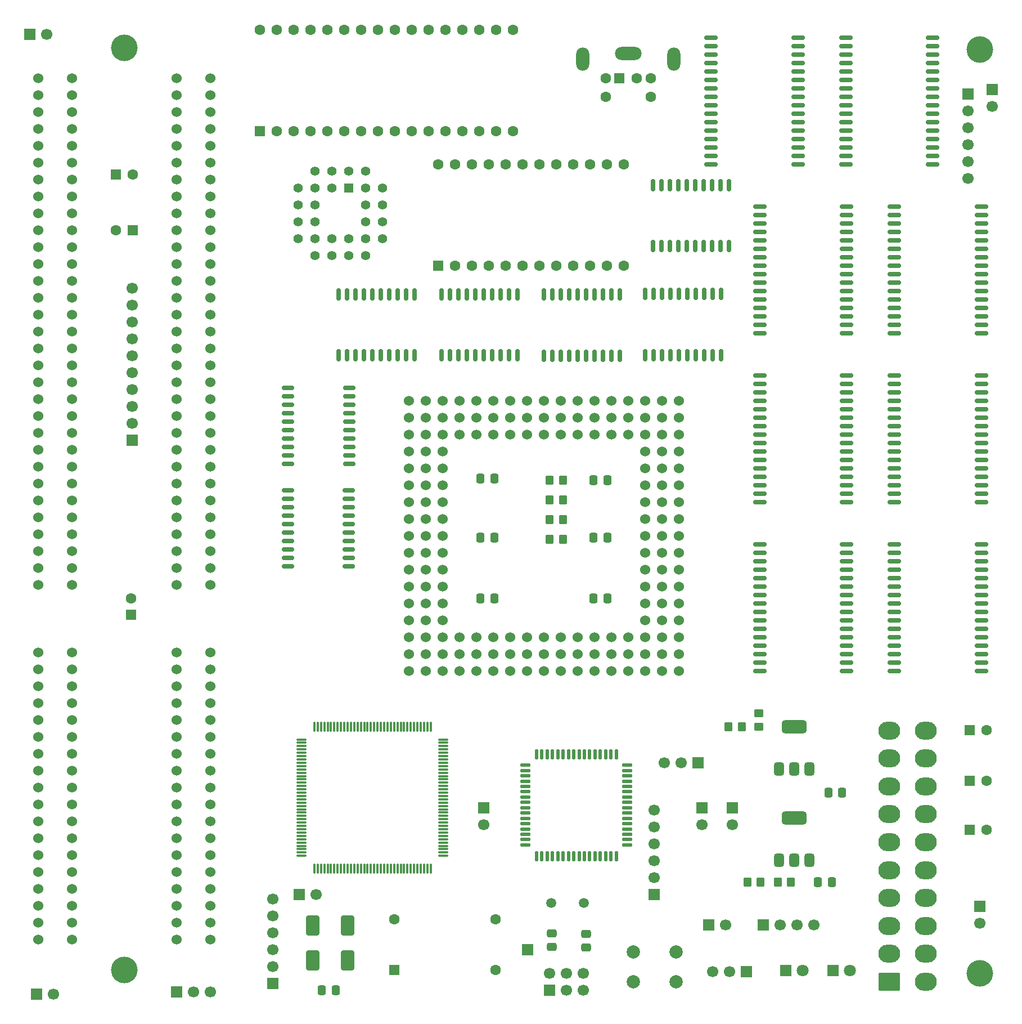
<source format=gbr>
%TF.GenerationSoftware,KiCad,Pcbnew,9.0.2+dfsg-1*%
%TF.CreationDate,2025-09-24T03:37:14+02:00*%
%TF.ProjectId,homebrew_486,686f6d65-6272-4657-975f-3438362e6b69,rev?*%
%TF.SameCoordinates,Original*%
%TF.FileFunction,Soldermask,Top*%
%TF.FilePolarity,Negative*%
%FSLAX46Y46*%
G04 Gerber Fmt 4.6, Leading zero omitted, Abs format (unit mm)*
G04 Created by KiCad (PCBNEW 9.0.2+dfsg-1) date 2025-09-24 03:37:14*
%MOMM*%
%LPD*%
G01*
G04 APERTURE LIST*
G04 Aperture macros list*
%AMRoundRect*
0 Rectangle with rounded corners*
0 $1 Rounding radius*
0 $2 $3 $4 $5 $6 $7 $8 $9 X,Y pos of 4 corners*
0 Add a 4 corners polygon primitive as box body*
4,1,4,$2,$3,$4,$5,$6,$7,$8,$9,$2,$3,0*
0 Add four circle primitives for the rounded corners*
1,1,$1+$1,$2,$3*
1,1,$1+$1,$4,$5*
1,1,$1+$1,$6,$7*
1,1,$1+$1,$8,$9*
0 Add four rect primitives between the rounded corners*
20,1,$1+$1,$2,$3,$4,$5,0*
20,1,$1+$1,$4,$5,$6,$7,0*
20,1,$1+$1,$6,$7,$8,$9,0*
20,1,$1+$1,$8,$9,$2,$3,0*%
G04 Aperture macros list end*
%ADD10R,1.600000X1.600000*%
%ADD11C,1.600000*%
%ADD12O,2.000000X3.500000*%
%ADD13O,4.000000X2.000000*%
%ADD14C,4.000000*%
%ADD15RoundRect,0.250000X-0.350000X-0.450000X0.350000X-0.450000X0.350000X0.450000X-0.350000X0.450000X0*%
%ADD16RoundRect,0.250000X-0.550000X-0.550000X0.550000X-0.550000X0.550000X0.550000X-0.550000X0.550000X0*%
%ADD17R,1.700000X1.700000*%
%ADD18C,1.700000*%
%ADD19C,1.524000*%
%ADD20RoundRect,0.375000X0.375000X-0.625000X0.375000X0.625000X-0.375000X0.625000X-0.375000X-0.625000X0*%
%ADD21RoundRect,0.500000X1.400000X-0.500000X1.400000X0.500000X-1.400000X0.500000X-1.400000X-0.500000X0*%
%ADD22RoundRect,0.250000X0.337500X0.475000X-0.337500X0.475000X-0.337500X-0.475000X0.337500X-0.475000X0*%
%ADD23RoundRect,0.250000X-0.337500X-0.475000X0.337500X-0.475000X0.337500X0.475000X-0.337500X0.475000X0*%
%ADD24RoundRect,0.150000X-0.875000X-0.150000X0.875000X-0.150000X0.875000X0.150000X-0.875000X0.150000X0*%
%ADD25C,1.500000*%
%ADD26RoundRect,0.250000X0.550000X0.550000X-0.550000X0.550000X-0.550000X-0.550000X0.550000X-0.550000X0*%
%ADD27RoundRect,0.150000X0.150000X-0.800000X0.150000X0.800000X-0.150000X0.800000X-0.150000X-0.800000X0*%
%ADD28RoundRect,0.250000X0.475000X-0.337500X0.475000X0.337500X-0.475000X0.337500X-0.475000X-0.337500X0*%
%ADD29RoundRect,0.250001X1.399999X-1.099999X1.399999X1.099999X-1.399999X1.099999X-1.399999X-1.099999X0*%
%ADD30O,3.300000X2.700000*%
%ADD31RoundRect,0.250001X-0.739999X-1.249999X0.739999X-1.249999X0.739999X1.249999X-0.739999X1.249999X0*%
%ADD32RoundRect,0.250000X0.550000X-0.550000X0.550000X0.550000X-0.550000X0.550000X-0.550000X-0.550000X0*%
%ADD33R,1.800000X1.800000*%
%ADD34C,1.800000*%
%ADD35R,1.422400X1.422400*%
%ADD36C,1.422400*%
%ADD37RoundRect,0.150000X0.800000X0.150000X-0.800000X0.150000X-0.800000X-0.150000X0.800000X-0.150000X0*%
%ADD38RoundRect,0.250000X0.350000X0.450000X-0.350000X0.450000X-0.350000X-0.450000X0.350000X-0.450000X0*%
%ADD39RoundRect,0.075000X0.662500X0.075000X-0.662500X0.075000X-0.662500X-0.075000X0.662500X-0.075000X0*%
%ADD40RoundRect,0.075000X0.075000X0.662500X-0.075000X0.662500X-0.075000X-0.662500X0.075000X-0.662500X0*%
%ADD41RoundRect,0.137500X-0.600000X-0.137500X0.600000X-0.137500X0.600000X0.137500X-0.600000X0.137500X0*%
%ADD42RoundRect,0.137500X-0.137500X-0.600000X0.137500X-0.600000X0.137500X0.600000X-0.137500X0.600000X0*%
%ADD43RoundRect,0.250000X-0.450000X0.350000X-0.450000X-0.350000X0.450000X-0.350000X0.450000X0.350000X0*%
%ADD44C,2.000000*%
G04 APERTURE END LIST*
D10*
%TO.C,J13*%
X112873000Y-31971000D03*
D11*
X115473000Y-31971000D03*
X110773000Y-31971000D03*
X117573000Y-31971000D03*
X110773000Y-34771000D03*
X117573000Y-34771000D03*
D12*
X121023000Y-29121000D03*
D13*
X114173000Y-28321000D03*
D12*
X107323000Y-29121000D03*
%TD*%
D14*
%TO.C,H1*%
X38354000Y-27432000D03*
%TD*%
D15*
%TO.C,R2*%
X102362000Y-95446000D03*
X104362000Y-95446000D03*
%TD*%
%TO.C,R3*%
X102362000Y-98396000D03*
X104362000Y-98396000D03*
%TD*%
D16*
%TO.C,C1*%
X165609388Y-137668000D03*
D11*
X168109388Y-137668000D03*
%TD*%
D10*
%TO.C,Y2*%
X78994000Y-166116000D03*
D11*
X94234000Y-166116000D03*
X94234000Y-158496000D03*
X78994000Y-158496000D03*
%TD*%
D17*
%TO.C,J12*%
X64638000Y-154813000D03*
D18*
X67178000Y-154813000D03*
%TD*%
D19*
%TO.C,J2*%
X46228000Y-32004000D03*
X46228000Y-34544000D03*
X46228000Y-37084000D03*
X46228000Y-39624000D03*
X46228000Y-42164000D03*
X46228000Y-44704000D03*
X46228000Y-47244000D03*
X46228000Y-49784000D03*
X46228000Y-52324000D03*
X46228000Y-54864000D03*
X46228000Y-57404000D03*
X46228000Y-59944000D03*
X46228000Y-62484000D03*
X46228000Y-65024000D03*
X46228000Y-67564000D03*
X46228000Y-70104000D03*
X46228000Y-72644000D03*
X46228000Y-75184000D03*
X46228000Y-77724000D03*
X46228000Y-80264000D03*
X46228000Y-82804000D03*
X46228000Y-85344000D03*
X46228000Y-87884000D03*
X46228000Y-90424000D03*
X46228000Y-92964000D03*
X46228000Y-95504000D03*
X46228000Y-98044000D03*
X46228000Y-100584000D03*
X46228000Y-103124000D03*
X46228000Y-105664000D03*
X46228000Y-108204000D03*
X51308000Y-32004000D03*
X51308000Y-34544000D03*
X51308000Y-37084000D03*
X51308000Y-39624000D03*
X51308000Y-42164000D03*
X51308000Y-44704000D03*
X51308000Y-47244000D03*
X51308000Y-49784000D03*
X51308000Y-52324000D03*
X51308000Y-54864000D03*
X51308000Y-57404000D03*
X51308000Y-59944000D03*
X51308000Y-62484000D03*
X51308000Y-65024000D03*
X51308000Y-67564000D03*
X51308000Y-70104000D03*
X51308000Y-72644000D03*
X51308000Y-75184000D03*
X51308000Y-77724000D03*
X51308000Y-80264000D03*
X51308000Y-82804000D03*
X51308000Y-85344000D03*
X51308000Y-87884000D03*
X51308000Y-90424000D03*
X51308000Y-92964000D03*
X51308000Y-95504000D03*
X51308000Y-98044000D03*
X51308000Y-100584000D03*
X51308000Y-103124000D03*
X51308000Y-105664000D03*
X51308000Y-108204000D03*
X46228000Y-118364000D03*
X46228000Y-120904000D03*
X46228000Y-123444000D03*
X46228000Y-125984000D03*
X46228000Y-128524000D03*
X46228000Y-131064000D03*
X46228000Y-133604000D03*
X46228000Y-136144000D03*
X46228000Y-138684000D03*
X46228000Y-141224000D03*
X46228000Y-143764000D03*
X46228000Y-146304000D03*
X46228000Y-148844000D03*
X46228000Y-151384000D03*
X46228000Y-153924000D03*
X46228000Y-156464000D03*
X46228000Y-159004000D03*
X46228000Y-161544000D03*
X51308000Y-118364000D03*
X51308000Y-120904000D03*
X51308000Y-123444000D03*
X51308000Y-125984000D03*
X51308000Y-128524000D03*
X51308000Y-131064000D03*
X51308000Y-133604000D03*
X51308000Y-136144000D03*
X51308000Y-138684000D03*
X51308000Y-141224000D03*
X51308000Y-143764000D03*
X51308000Y-146304000D03*
X51308000Y-148844000D03*
X51308000Y-151384000D03*
X51308000Y-153924000D03*
X51308000Y-156464000D03*
X51308000Y-159004000D03*
X51308000Y-161544000D03*
%TD*%
D20*
%TO.C,U3*%
X136878000Y-135890000D03*
X139178000Y-135890000D03*
D21*
X139178000Y-129590000D03*
D20*
X141478000Y-135890000D03*
%TD*%
D17*
%TO.C,J15*%
X134493000Y-159321500D03*
D18*
X137033000Y-159321500D03*
X139573000Y-159321500D03*
X142113000Y-159321500D03*
%TD*%
D20*
%TO.C,U4*%
X136878000Y-149606000D03*
X139178000Y-149606000D03*
D21*
X139178000Y-143306000D03*
D20*
X141478000Y-149606000D03*
%TD*%
D22*
%TO.C,C33*%
X70147000Y-169164000D03*
X68072000Y-169164000D03*
%TD*%
D23*
%TO.C,C20*%
X108944500Y-110236000D03*
X111019500Y-110236000D03*
%TD*%
D24*
%TO.C,U14*%
X126654000Y-25908000D03*
X126654000Y-27178000D03*
X126654000Y-28448000D03*
X126654000Y-29718000D03*
X126654000Y-30988000D03*
X126654000Y-32258000D03*
X126654000Y-33528000D03*
X126654000Y-34798000D03*
X126654000Y-36068000D03*
X126654000Y-37338000D03*
X126654000Y-38608000D03*
X126654000Y-39878000D03*
X126654000Y-41148000D03*
X126654000Y-42418000D03*
X126654000Y-43688000D03*
X126654000Y-44958000D03*
X139754000Y-44958000D03*
X139754000Y-43688000D03*
X139754000Y-42418000D03*
X139754000Y-41148000D03*
X139754000Y-39878000D03*
X139754000Y-38608000D03*
X139754000Y-37338000D03*
X139754000Y-36068000D03*
X139754000Y-34798000D03*
X139754000Y-33528000D03*
X139754000Y-32258000D03*
X139754000Y-30988000D03*
X139754000Y-29718000D03*
X139754000Y-28448000D03*
X139754000Y-27178000D03*
X139754000Y-25908000D03*
%TD*%
D14*
%TO.C,H2*%
X38354000Y-166116000D03*
%TD*%
D17*
%TO.C,J11*%
X99060000Y-163068000D03*
%TD*%
%TO.C,J17*%
X165354000Y-34417000D03*
D18*
X165354000Y-36957000D03*
X165354000Y-39497000D03*
X165354000Y-42037000D03*
X165354000Y-44577000D03*
X165354000Y-47117000D03*
%TD*%
D23*
%TO.C,C18*%
X108944500Y-92456000D03*
X111019500Y-92456000D03*
%TD*%
D25*
%TO.C,Y3*%
X107505500Y-156019500D03*
X102625500Y-156019500D03*
%TD*%
D15*
%TO.C,R8*%
X129286000Y-129540000D03*
X131286000Y-129540000D03*
%TD*%
D23*
%TO.C,C22*%
X108944500Y-101092000D03*
X111019500Y-101092000D03*
%TD*%
D17*
%TO.C,J21*%
X167132000Y-156591000D03*
D18*
X167132000Y-159131000D03*
%TD*%
D15*
%TO.C,R4*%
X102362000Y-101346000D03*
X104362000Y-101346000D03*
%TD*%
D23*
%TO.C,C4*%
X144314000Y-139446000D03*
X146389000Y-139446000D03*
%TD*%
D24*
%TO.C,U13*%
X133966000Y-51308000D03*
X133966000Y-52578000D03*
X133966000Y-53848000D03*
X133966000Y-55118000D03*
X133966000Y-56388000D03*
X133966000Y-57658000D03*
X133966000Y-58928000D03*
X133966000Y-60198000D03*
X133966000Y-61468000D03*
X133966000Y-62738000D03*
X133966000Y-64008000D03*
X133966000Y-65278000D03*
X133966000Y-66548000D03*
X133966000Y-67818000D03*
X133966000Y-69088000D03*
X133966000Y-70358000D03*
X147066000Y-70358000D03*
X147066000Y-69088000D03*
X147066000Y-67818000D03*
X147066000Y-66548000D03*
X147066000Y-65278000D03*
X147066000Y-64008000D03*
X147066000Y-62738000D03*
X147066000Y-61468000D03*
X147066000Y-60198000D03*
X147066000Y-58928000D03*
X147066000Y-57658000D03*
X147066000Y-56388000D03*
X147066000Y-55118000D03*
X147066000Y-53848000D03*
X147066000Y-52578000D03*
X147066000Y-51308000D03*
%TD*%
D17*
%TO.C,J6*%
X92456000Y-141727000D03*
D18*
X92456000Y-144267000D03*
%TD*%
D17*
%TO.C,J9*%
X124714000Y-134937500D03*
D18*
X122174000Y-134937500D03*
X119634000Y-134937500D03*
%TD*%
D17*
%TO.C,J10*%
X39497000Y-86487000D03*
D18*
X39497000Y-83947000D03*
X39497000Y-81407000D03*
X39497000Y-78867000D03*
X39497000Y-76327000D03*
X39497000Y-73787000D03*
X39497000Y-71247000D03*
X39497000Y-68707000D03*
X39497000Y-66167000D03*
X39497000Y-63627000D03*
%TD*%
D26*
%TO.C,C37*%
X39559113Y-54864000D03*
D11*
X37059113Y-54864000D03*
%TD*%
D17*
%TO.C,J22*%
X25146000Y-169735500D03*
D18*
X27686000Y-169735500D03*
%TD*%
D16*
%TO.C,C2*%
X165608000Y-130048000D03*
D11*
X168108000Y-130048000D03*
%TD*%
D22*
%TO.C,C19*%
X94023000Y-110236000D03*
X91948000Y-110236000D03*
%TD*%
%TO.C,C21*%
X94001500Y-101092000D03*
X91926500Y-101092000D03*
%TD*%
D24*
%TO.C,U17*%
X154232000Y-51308000D03*
X154232000Y-52578000D03*
X154232000Y-53848000D03*
X154232000Y-55118000D03*
X154232000Y-56388000D03*
X154232000Y-57658000D03*
X154232000Y-58928000D03*
X154232000Y-60198000D03*
X154232000Y-61468000D03*
X154232000Y-62738000D03*
X154232000Y-64008000D03*
X154232000Y-65278000D03*
X154232000Y-66548000D03*
X154232000Y-67818000D03*
X154232000Y-69088000D03*
X154232000Y-70358000D03*
X167332000Y-70358000D03*
X167332000Y-69088000D03*
X167332000Y-67818000D03*
X167332000Y-66548000D03*
X167332000Y-65278000D03*
X167332000Y-64008000D03*
X167332000Y-62738000D03*
X167332000Y-61468000D03*
X167332000Y-60198000D03*
X167332000Y-58928000D03*
X167332000Y-57658000D03*
X167332000Y-56388000D03*
X167332000Y-55118000D03*
X167332000Y-53848000D03*
X167332000Y-52578000D03*
X167332000Y-51308000D03*
%TD*%
D17*
%TO.C,J16*%
X46164500Y-169418000D03*
D18*
X48704500Y-169418000D03*
X51244500Y-169418000D03*
%TD*%
D27*
%TO.C,U6*%
X101473000Y-73716000D03*
X102743000Y-73716000D03*
X104013000Y-73716000D03*
X105283000Y-73716000D03*
X106553000Y-73716000D03*
X107823000Y-73716000D03*
X109093000Y-73716000D03*
X110363000Y-73716000D03*
X111633000Y-73716000D03*
X112903000Y-73716000D03*
X112903000Y-64516000D03*
X111633000Y-64516000D03*
X110363000Y-64516000D03*
X109093000Y-64516000D03*
X107823000Y-64516000D03*
X106553000Y-64516000D03*
X105283000Y-64516000D03*
X104013000Y-64516000D03*
X102743000Y-64516000D03*
X101473000Y-64516000D03*
%TD*%
D28*
%TO.C,C6*%
X102679500Y-162666500D03*
X102679500Y-160591500D03*
%TD*%
D27*
%TO.C,U8*%
X86106000Y-73688000D03*
X87376000Y-73688000D03*
X88646000Y-73688000D03*
X89916000Y-73688000D03*
X91186000Y-73688000D03*
X92456000Y-73688000D03*
X93726000Y-73688000D03*
X94996000Y-73688000D03*
X96266000Y-73688000D03*
X97536000Y-73688000D03*
X97536000Y-64488000D03*
X96266000Y-64488000D03*
X94996000Y-64488000D03*
X93726000Y-64488000D03*
X92456000Y-64488000D03*
X91186000Y-64488000D03*
X89916000Y-64488000D03*
X88646000Y-64488000D03*
X87376000Y-64488000D03*
X86106000Y-64488000D03*
%TD*%
D17*
%TO.C,J8*%
X129830000Y-141732000D03*
D18*
X129830000Y-144272000D03*
%TD*%
D19*
%TO.C,J1*%
X25400000Y-32004000D03*
X25400000Y-34544000D03*
X25400000Y-37084000D03*
X25400000Y-39624000D03*
X25400000Y-42164000D03*
X25400000Y-44704000D03*
X25400000Y-47244000D03*
X25400000Y-49784000D03*
X25400000Y-52324000D03*
X25400000Y-54864000D03*
X25400000Y-57404000D03*
X25400000Y-59944000D03*
X25400000Y-62484000D03*
X25400000Y-65024000D03*
X25400000Y-67564000D03*
X25400000Y-70104000D03*
X25400000Y-72644000D03*
X25400000Y-75184000D03*
X25400000Y-77724000D03*
X25400000Y-80264000D03*
X25400000Y-82804000D03*
X25400000Y-85344000D03*
X25400000Y-87884000D03*
X25400000Y-90424000D03*
X25400000Y-92964000D03*
X25400000Y-95504000D03*
X25400000Y-98044000D03*
X25400000Y-100584000D03*
X25400000Y-103124000D03*
X25400000Y-105664000D03*
X25400000Y-108204000D03*
X30480000Y-32004000D03*
X30480000Y-34544000D03*
X30480000Y-37084000D03*
X30480000Y-39624000D03*
X30480000Y-42164000D03*
X30480000Y-44704000D03*
X30480000Y-47244000D03*
X30480000Y-49784000D03*
X30480000Y-52324000D03*
X30480000Y-54864000D03*
X30480000Y-57404000D03*
X30480000Y-59944000D03*
X30480000Y-62484000D03*
X30480000Y-65024000D03*
X30480000Y-67564000D03*
X30480000Y-70104000D03*
X30480000Y-72644000D03*
X30480000Y-75184000D03*
X30480000Y-77724000D03*
X30480000Y-80264000D03*
X30480000Y-82804000D03*
X30480000Y-85344000D03*
X30480000Y-87884000D03*
X30480000Y-90424000D03*
X30480000Y-92964000D03*
X30480000Y-95504000D03*
X30480000Y-98044000D03*
X30480000Y-100584000D03*
X30480000Y-103124000D03*
X30480000Y-105664000D03*
X30480000Y-108204000D03*
X25400000Y-118364000D03*
X25400000Y-120904000D03*
X25400000Y-123444000D03*
X25400000Y-125984000D03*
X25400000Y-128524000D03*
X25400000Y-131064000D03*
X25400000Y-133604000D03*
X25400000Y-136144000D03*
X25400000Y-138684000D03*
X25400000Y-141224000D03*
X25400000Y-143764000D03*
X25400000Y-146304000D03*
X25400000Y-148844000D03*
X25400000Y-151384000D03*
X25400000Y-153924000D03*
X25400000Y-156464000D03*
X25400000Y-159004000D03*
X25400000Y-161544000D03*
X30480000Y-118364000D03*
X30480000Y-120904000D03*
X30480000Y-123444000D03*
X30480000Y-125984000D03*
X30480000Y-128524000D03*
X30480000Y-131064000D03*
X30480000Y-133604000D03*
X30480000Y-136144000D03*
X30480000Y-138684000D03*
X30480000Y-141224000D03*
X30480000Y-143764000D03*
X30480000Y-146304000D03*
X30480000Y-148844000D03*
X30480000Y-151384000D03*
X30480000Y-153924000D03*
X30480000Y-156464000D03*
X30480000Y-159004000D03*
X30480000Y-161544000D03*
%TD*%
D27*
%TO.C,U7*%
X70612000Y-73688000D03*
X71882000Y-73688000D03*
X73152000Y-73688000D03*
X74422000Y-73688000D03*
X75692000Y-73688000D03*
X76962000Y-73688000D03*
X78232000Y-73688000D03*
X79502000Y-73688000D03*
X80772000Y-73688000D03*
X82042000Y-73688000D03*
X82042000Y-64488000D03*
X80772000Y-64488000D03*
X79502000Y-64488000D03*
X78232000Y-64488000D03*
X76962000Y-64488000D03*
X75692000Y-64488000D03*
X74422000Y-64488000D03*
X73152000Y-64488000D03*
X71882000Y-64488000D03*
X70612000Y-64488000D03*
%TD*%
D24*
%TO.C,U11*%
X133966000Y-102108000D03*
X133966000Y-103378000D03*
X133966000Y-104648000D03*
X133966000Y-105918000D03*
X133966000Y-107188000D03*
X133966000Y-108458000D03*
X133966000Y-109728000D03*
X133966000Y-110998000D03*
X133966000Y-112268000D03*
X133966000Y-113538000D03*
X133966000Y-114808000D03*
X133966000Y-116078000D03*
X133966000Y-117348000D03*
X133966000Y-118618000D03*
X133966000Y-119888000D03*
X133966000Y-121158000D03*
X147066000Y-121158000D03*
X147066000Y-119888000D03*
X147066000Y-118618000D03*
X147066000Y-117348000D03*
X147066000Y-116078000D03*
X147066000Y-114808000D03*
X147066000Y-113538000D03*
X147066000Y-112268000D03*
X147066000Y-110998000D03*
X147066000Y-109728000D03*
X147066000Y-108458000D03*
X147066000Y-107188000D03*
X147066000Y-105918000D03*
X147066000Y-104648000D03*
X147066000Y-103378000D03*
X147066000Y-102108000D03*
%TD*%
D17*
%TO.C,J20*%
X168973500Y-33713500D03*
D18*
X168973500Y-36253500D03*
%TD*%
D17*
%TO.C,J19*%
X24130000Y-25400000D03*
D18*
X26670000Y-25400000D03*
%TD*%
D29*
%TO.C,J3*%
X153504000Y-167912000D03*
D30*
X153504000Y-163712000D03*
X153504000Y-159512000D03*
X153504000Y-155312000D03*
X153504000Y-151112000D03*
X153504000Y-146912000D03*
X153504000Y-142712000D03*
X153504000Y-138512000D03*
X153504000Y-134312000D03*
X153504000Y-130112000D03*
X159004000Y-167912000D03*
X159004000Y-163712000D03*
X159004000Y-159512000D03*
X159004000Y-155312000D03*
X159004000Y-151112000D03*
X159004000Y-146912000D03*
X159004000Y-142712000D03*
X159004000Y-138512000D03*
X159004000Y-134312000D03*
X159004000Y-130112000D03*
%TD*%
D24*
%TO.C,U15*%
X154232000Y-102108000D03*
X154232000Y-103378000D03*
X154232000Y-104648000D03*
X154232000Y-105918000D03*
X154232000Y-107188000D03*
X154232000Y-108458000D03*
X154232000Y-109728000D03*
X154232000Y-110998000D03*
X154232000Y-112268000D03*
X154232000Y-113538000D03*
X154232000Y-114808000D03*
X154232000Y-116078000D03*
X154232000Y-117348000D03*
X154232000Y-118618000D03*
X154232000Y-119888000D03*
X154232000Y-121158000D03*
X167332000Y-121158000D03*
X167332000Y-119888000D03*
X167332000Y-118618000D03*
X167332000Y-117348000D03*
X167332000Y-116078000D03*
X167332000Y-114808000D03*
X167332000Y-113538000D03*
X167332000Y-112268000D03*
X167332000Y-110998000D03*
X167332000Y-109728000D03*
X167332000Y-108458000D03*
X167332000Y-107188000D03*
X167332000Y-105918000D03*
X167332000Y-104648000D03*
X167332000Y-103378000D03*
X167332000Y-102108000D03*
%TD*%
D31*
%TO.C,Y1*%
X66712000Y-164652000D03*
X71972000Y-164652000D03*
X71972000Y-159452000D03*
X66712000Y-159452000D03*
%TD*%
D32*
%TO.C,C36*%
X39370000Y-112736000D03*
D11*
X39370000Y-110236000D03*
%TD*%
D33*
%TO.C,D1*%
X137922000Y-166243000D03*
D34*
X140462000Y-166243000D03*
%TD*%
D35*
%TO.C,U10*%
X72136000Y-48514000D03*
D36*
X69596000Y-45974000D03*
X69596000Y-48514000D03*
X67056000Y-45974000D03*
X64516000Y-48514000D03*
X67056000Y-48514000D03*
X64516000Y-51054000D03*
X67056000Y-51054000D03*
X64516000Y-53594000D03*
X67056000Y-53594000D03*
X64516000Y-56134000D03*
X67056000Y-58674000D03*
X67056000Y-56134000D03*
X69596000Y-58674000D03*
X69596000Y-56134000D03*
X72136000Y-58674000D03*
X72136000Y-56134000D03*
X74676000Y-58674000D03*
X77216000Y-56134000D03*
X74676000Y-56134000D03*
X77216000Y-53594000D03*
X74676000Y-53594000D03*
X77216000Y-51054000D03*
X74676000Y-51054000D03*
X77216000Y-48514000D03*
X74676000Y-45974000D03*
X74676000Y-48514000D03*
X72136000Y-45974000D03*
%TD*%
D37*
%TO.C,U20*%
X72136000Y-105410000D03*
X72136000Y-104140000D03*
X72136000Y-102870000D03*
X72136000Y-101600000D03*
X72136000Y-100330000D03*
X72136000Y-99060000D03*
X72136000Y-97790000D03*
X72136000Y-96520000D03*
X72136000Y-95250000D03*
X72136000Y-93980000D03*
X62936000Y-93980000D03*
X62936000Y-95250000D03*
X62936000Y-96520000D03*
X62936000Y-97790000D03*
X62936000Y-99060000D03*
X62936000Y-100330000D03*
X62936000Y-101600000D03*
X62936000Y-102870000D03*
X62936000Y-104140000D03*
X62936000Y-105410000D03*
%TD*%
D23*
%TO.C,C3*%
X142726500Y-152908000D03*
X144801500Y-152908000D03*
%TD*%
D15*
%TO.C,R6*%
X132096000Y-152908000D03*
X134096000Y-152908000D03*
%TD*%
D27*
%TO.C,U5*%
X116713000Y-73660000D03*
X117983000Y-73660000D03*
X119253000Y-73660000D03*
X120523000Y-73660000D03*
X121793000Y-73660000D03*
X123063000Y-73660000D03*
X124333000Y-73660000D03*
X125603000Y-73660000D03*
X126873000Y-73660000D03*
X128143000Y-73660000D03*
X128143000Y-64460000D03*
X126873000Y-64460000D03*
X125603000Y-64460000D03*
X124333000Y-64460000D03*
X123063000Y-64460000D03*
X121793000Y-64460000D03*
X120523000Y-64460000D03*
X119253000Y-64460000D03*
X117983000Y-64460000D03*
X116713000Y-64460000D03*
%TD*%
D24*
%TO.C,U12*%
X133966000Y-76708000D03*
X133966000Y-77978000D03*
X133966000Y-79248000D03*
X133966000Y-80518000D03*
X133966000Y-81788000D03*
X133966000Y-83058000D03*
X133966000Y-84328000D03*
X133966000Y-85598000D03*
X133966000Y-86868000D03*
X133966000Y-88138000D03*
X133966000Y-89408000D03*
X133966000Y-90678000D03*
X133966000Y-91948000D03*
X133966000Y-93218000D03*
X133966000Y-94488000D03*
X133966000Y-95758000D03*
X147066000Y-95758000D03*
X147066000Y-94488000D03*
X147066000Y-93218000D03*
X147066000Y-91948000D03*
X147066000Y-90678000D03*
X147066000Y-89408000D03*
X147066000Y-88138000D03*
X147066000Y-86868000D03*
X147066000Y-85598000D03*
X147066000Y-84328000D03*
X147066000Y-83058000D03*
X147066000Y-81788000D03*
X147066000Y-80518000D03*
X147066000Y-79248000D03*
X147066000Y-77978000D03*
X147066000Y-76708000D03*
%TD*%
D15*
%TO.C,R1*%
X102362000Y-92496000D03*
X104362000Y-92496000D03*
%TD*%
D24*
%TO.C,U16*%
X154232000Y-76708000D03*
X154232000Y-77978000D03*
X154232000Y-79248000D03*
X154232000Y-80518000D03*
X154232000Y-81788000D03*
X154232000Y-83058000D03*
X154232000Y-84328000D03*
X154232000Y-85598000D03*
X154232000Y-86868000D03*
X154232000Y-88138000D03*
X154232000Y-89408000D03*
X154232000Y-90678000D03*
X154232000Y-91948000D03*
X154232000Y-93218000D03*
X154232000Y-94488000D03*
X154232000Y-95758000D03*
X167332000Y-95758000D03*
X167332000Y-94488000D03*
X167332000Y-93218000D03*
X167332000Y-91948000D03*
X167332000Y-90678000D03*
X167332000Y-89408000D03*
X167332000Y-88138000D03*
X167332000Y-86868000D03*
X167332000Y-85598000D03*
X167332000Y-84328000D03*
X167332000Y-83058000D03*
X167332000Y-81788000D03*
X167332000Y-80518000D03*
X167332000Y-79248000D03*
X167332000Y-77978000D03*
X167332000Y-76708000D03*
%TD*%
D38*
%TO.C,R5*%
X138668000Y-152908000D03*
X136668000Y-152908000D03*
%TD*%
D39*
%TO.C,U2*%
X86354500Y-148958000D03*
X86354500Y-148458000D03*
X86354500Y-147958000D03*
X86354500Y-147458000D03*
X86354500Y-146958000D03*
X86354500Y-146458000D03*
X86354500Y-145958000D03*
X86354500Y-145458000D03*
X86354500Y-144958000D03*
X86354500Y-144458000D03*
X86354500Y-143958000D03*
X86354500Y-143458000D03*
X86354500Y-142958000D03*
X86354500Y-142458000D03*
X86354500Y-141958000D03*
X86354500Y-141458000D03*
X86354500Y-140958000D03*
X86354500Y-140458000D03*
X86354500Y-139958000D03*
X86354500Y-139458000D03*
X86354500Y-138958000D03*
X86354500Y-138458000D03*
X86354500Y-137958000D03*
X86354500Y-137458000D03*
X86354500Y-136958000D03*
X86354500Y-136458000D03*
X86354500Y-135958000D03*
X86354500Y-135458000D03*
X86354500Y-134958000D03*
X86354500Y-134458000D03*
X86354500Y-133958000D03*
X86354500Y-133458000D03*
X86354500Y-132958000D03*
X86354500Y-132458000D03*
X86354500Y-131958000D03*
X86354500Y-131458000D03*
D40*
X84442000Y-129545500D03*
X83942000Y-129545500D03*
X83442000Y-129545500D03*
X82942000Y-129545500D03*
X82442000Y-129545500D03*
X81942000Y-129545500D03*
X81442000Y-129545500D03*
X80942000Y-129545500D03*
X80442000Y-129545500D03*
X79942000Y-129545500D03*
X79442000Y-129545500D03*
X78942000Y-129545500D03*
X78442000Y-129545500D03*
X77942000Y-129545500D03*
X77442000Y-129545500D03*
X76942000Y-129545500D03*
X76442000Y-129545500D03*
X75942000Y-129545500D03*
X75442000Y-129545500D03*
X74942000Y-129545500D03*
X74442000Y-129545500D03*
X73942000Y-129545500D03*
X73442000Y-129545500D03*
X72942000Y-129545500D03*
X72442000Y-129545500D03*
X71942000Y-129545500D03*
X71442000Y-129545500D03*
X70942000Y-129545500D03*
X70442000Y-129545500D03*
X69942000Y-129545500D03*
X69442000Y-129545500D03*
X68942000Y-129545500D03*
X68442000Y-129545500D03*
X67942000Y-129545500D03*
X67442000Y-129545500D03*
X66942000Y-129545500D03*
D39*
X65029500Y-131458000D03*
X65029500Y-131958000D03*
X65029500Y-132458000D03*
X65029500Y-132958000D03*
X65029500Y-133458000D03*
X65029500Y-133958000D03*
X65029500Y-134458000D03*
X65029500Y-134958000D03*
X65029500Y-135458000D03*
X65029500Y-135958000D03*
X65029500Y-136458000D03*
X65029500Y-136958000D03*
X65029500Y-137458000D03*
X65029500Y-137958000D03*
X65029500Y-138458000D03*
X65029500Y-138958000D03*
X65029500Y-139458000D03*
X65029500Y-139958000D03*
X65029500Y-140458000D03*
X65029500Y-140958000D03*
X65029500Y-141458000D03*
X65029500Y-141958000D03*
X65029500Y-142458000D03*
X65029500Y-142958000D03*
X65029500Y-143458000D03*
X65029500Y-143958000D03*
X65029500Y-144458000D03*
X65029500Y-144958000D03*
X65029500Y-145458000D03*
X65029500Y-145958000D03*
X65029500Y-146458000D03*
X65029500Y-146958000D03*
X65029500Y-147458000D03*
X65029500Y-147958000D03*
X65029500Y-148458000D03*
X65029500Y-148958000D03*
D40*
X66942000Y-150870500D03*
X67442000Y-150870500D03*
X67942000Y-150870500D03*
X68442000Y-150870500D03*
X68942000Y-150870500D03*
X69442000Y-150870500D03*
X69942000Y-150870500D03*
X70442000Y-150870500D03*
X70942000Y-150870500D03*
X71442000Y-150870500D03*
X71942000Y-150870500D03*
X72442000Y-150870500D03*
X72942000Y-150870500D03*
X73442000Y-150870500D03*
X73942000Y-150870500D03*
X74442000Y-150870500D03*
X74942000Y-150870500D03*
X75442000Y-150870500D03*
X75942000Y-150870500D03*
X76442000Y-150870500D03*
X76942000Y-150870500D03*
X77442000Y-150870500D03*
X77942000Y-150870500D03*
X78442000Y-150870500D03*
X78942000Y-150870500D03*
X79442000Y-150870500D03*
X79942000Y-150870500D03*
X80442000Y-150870500D03*
X80942000Y-150870500D03*
X81442000Y-150870500D03*
X81942000Y-150870500D03*
X82442000Y-150870500D03*
X82942000Y-150870500D03*
X83442000Y-150870500D03*
X83942000Y-150870500D03*
X84442000Y-150870500D03*
%TD*%
D32*
%TO.C,U9*%
X85598000Y-60198000D03*
D11*
X88138000Y-60198000D03*
X90678000Y-60198000D03*
X93218000Y-60198000D03*
X95758000Y-60198000D03*
X98298000Y-60198000D03*
X100838000Y-60198000D03*
X103378000Y-60198000D03*
X105918000Y-60198000D03*
X108458000Y-60198000D03*
X110998000Y-60198000D03*
X113538000Y-60198000D03*
X113538000Y-44958000D03*
X110998000Y-44958000D03*
X108458000Y-44958000D03*
X105918000Y-44958000D03*
X103378000Y-44958000D03*
X100838000Y-44958000D03*
X98298000Y-44958000D03*
X95758000Y-44958000D03*
X93218000Y-44958000D03*
X90678000Y-44958000D03*
X88138000Y-44958000D03*
X85598000Y-44958000D03*
%TD*%
D17*
%TO.C,J18*%
X126301500Y-159321500D03*
D18*
X128841500Y-159321500D03*
%TD*%
D14*
%TO.C,H4*%
X167132000Y-166624000D03*
%TD*%
D22*
%TO.C,C17*%
X94023000Y-92202000D03*
X91948000Y-92202000D03*
%TD*%
D37*
%TO.C,U19*%
X72164000Y-90043000D03*
X72164000Y-88773000D03*
X72164000Y-87503000D03*
X72164000Y-86233000D03*
X72164000Y-84963000D03*
X72164000Y-83693000D03*
X72164000Y-82423000D03*
X72164000Y-81153000D03*
X72164000Y-79883000D03*
X72164000Y-78613000D03*
X62964000Y-78613000D03*
X62964000Y-79883000D03*
X62964000Y-81153000D03*
X62964000Y-82423000D03*
X62964000Y-83693000D03*
X62964000Y-84963000D03*
X62964000Y-86233000D03*
X62964000Y-87503000D03*
X62964000Y-88773000D03*
X62964000Y-90043000D03*
%TD*%
D24*
%TO.C,U18*%
X146920000Y-25908000D03*
X146920000Y-27178000D03*
X146920000Y-28448000D03*
X146920000Y-29718000D03*
X146920000Y-30988000D03*
X146920000Y-32258000D03*
X146920000Y-33528000D03*
X146920000Y-34798000D03*
X146920000Y-36068000D03*
X146920000Y-37338000D03*
X146920000Y-38608000D03*
X146920000Y-39878000D03*
X146920000Y-41148000D03*
X146920000Y-42418000D03*
X146920000Y-43688000D03*
X146920000Y-44958000D03*
X160020000Y-44958000D03*
X160020000Y-43688000D03*
X160020000Y-42418000D03*
X160020000Y-41148000D03*
X160020000Y-39878000D03*
X160020000Y-38608000D03*
X160020000Y-37338000D03*
X160020000Y-36068000D03*
X160020000Y-34798000D03*
X160020000Y-33528000D03*
X160020000Y-32258000D03*
X160020000Y-30988000D03*
X160020000Y-29718000D03*
X160020000Y-28448000D03*
X160020000Y-27178000D03*
X160020000Y-25908000D03*
%TD*%
D41*
%TO.C,U22*%
X98721000Y-135320000D03*
X98721000Y-136120000D03*
X98721000Y-136920000D03*
X98721000Y-137720000D03*
X98721000Y-138520000D03*
X98721000Y-139320000D03*
X98721000Y-140120000D03*
X98721000Y-140920000D03*
X98721000Y-141720000D03*
X98721000Y-142520000D03*
X98721000Y-143320000D03*
X98721000Y-144120000D03*
X98721000Y-144920000D03*
X98721000Y-145720000D03*
X98721000Y-146520000D03*
X98721000Y-147320000D03*
D42*
X100383500Y-148982500D03*
X101183500Y-148982500D03*
X101983500Y-148982500D03*
X102783500Y-148982500D03*
X103583500Y-148982500D03*
X104383500Y-148982500D03*
X105183500Y-148982500D03*
X105983500Y-148982500D03*
X106783500Y-148982500D03*
X107583500Y-148982500D03*
X108383500Y-148982500D03*
X109183500Y-148982500D03*
X109983500Y-148982500D03*
X110783500Y-148982500D03*
X111583500Y-148982500D03*
X112383500Y-148982500D03*
D41*
X114046000Y-147320000D03*
X114046000Y-146520000D03*
X114046000Y-145720000D03*
X114046000Y-144920000D03*
X114046000Y-144120000D03*
X114046000Y-143320000D03*
X114046000Y-142520000D03*
X114046000Y-141720000D03*
X114046000Y-140920000D03*
X114046000Y-140120000D03*
X114046000Y-139320000D03*
X114046000Y-138520000D03*
X114046000Y-137720000D03*
X114046000Y-136920000D03*
X114046000Y-136120000D03*
X114046000Y-135320000D03*
D42*
X112383500Y-133657500D03*
X111583500Y-133657500D03*
X110783500Y-133657500D03*
X109983500Y-133657500D03*
X109183500Y-133657500D03*
X108383500Y-133657500D03*
X107583500Y-133657500D03*
X106783500Y-133657500D03*
X105983500Y-133657500D03*
X105183500Y-133657500D03*
X104383500Y-133657500D03*
X103583500Y-133657500D03*
X102783500Y-133657500D03*
X101983500Y-133657500D03*
X101183500Y-133657500D03*
X100383500Y-133657500D03*
%TD*%
D32*
%TO.C,U21*%
X58737500Y-39941500D03*
D11*
X61277500Y-39941500D03*
X63817500Y-39941500D03*
X66357500Y-39941500D03*
X68897500Y-39941500D03*
X71437500Y-39941500D03*
X73977500Y-39941500D03*
X76517500Y-39941500D03*
X79057500Y-39941500D03*
X81597500Y-39941500D03*
X84137500Y-39941500D03*
X86677500Y-39941500D03*
X89217500Y-39941500D03*
X91757500Y-39941500D03*
X94297500Y-39941500D03*
X96837500Y-39941500D03*
X96837500Y-24701500D03*
X94297500Y-24701500D03*
X91757500Y-24701500D03*
X89217500Y-24701500D03*
X86677500Y-24701500D03*
X84137500Y-24701500D03*
X81597500Y-24701500D03*
X79057500Y-24701500D03*
X76517500Y-24701500D03*
X73977500Y-24701500D03*
X71437500Y-24701500D03*
X68897500Y-24701500D03*
X66357500Y-24701500D03*
X63817500Y-24701500D03*
X61277500Y-24701500D03*
X58737500Y-24701500D03*
%TD*%
D17*
%TO.C,J5*%
X60706000Y-168148000D03*
D18*
X60706000Y-165608000D03*
X60706000Y-163068000D03*
X60706000Y-160528000D03*
X60706000Y-157988000D03*
X60706000Y-155448000D03*
%TD*%
D33*
%TO.C,D2*%
X145034000Y-166243000D03*
D34*
X147574000Y-166243000D03*
%TD*%
D16*
%TO.C,C38*%
X37059113Y-46482000D03*
D11*
X39559113Y-46482000D03*
%TD*%
D14*
%TO.C,H3*%
X167132000Y-27686000D03*
%TD*%
D43*
%TO.C,R7*%
X133858000Y-127508000D03*
X133858000Y-129508000D03*
%TD*%
D19*
%TO.C,U1*%
X121778500Y-80518000D03*
X121778500Y-83058000D03*
X121778500Y-85598000D03*
X121778500Y-88138000D03*
X121778500Y-90678000D03*
X121778500Y-93218000D03*
X121778500Y-95758000D03*
X121778500Y-98298000D03*
X121778500Y-100838000D03*
X121778500Y-103378000D03*
X121778500Y-105918000D03*
X121778500Y-108458000D03*
X121778500Y-110998000D03*
X121778500Y-113538000D03*
X121778500Y-116078000D03*
X121778500Y-118618000D03*
X121778500Y-121158000D03*
X119238500Y-80518000D03*
X119238500Y-83058000D03*
X119238500Y-85598000D03*
X119238500Y-88138000D03*
X119238500Y-90678000D03*
X119238500Y-93218000D03*
X119238500Y-95758000D03*
X119238500Y-98298000D03*
X119238500Y-100838000D03*
X119238500Y-103378000D03*
X119238500Y-105918000D03*
X119238500Y-108458000D03*
X119238500Y-110998000D03*
X119238500Y-113538000D03*
X119238500Y-116078000D03*
X119238500Y-118618000D03*
X119238500Y-121158000D03*
X116698500Y-80518000D03*
X116698500Y-83058000D03*
X116698500Y-85598000D03*
X116698500Y-88138000D03*
X116698500Y-90678000D03*
X116698500Y-93218000D03*
X116698500Y-95758000D03*
X116698500Y-98298000D03*
X116698500Y-100838000D03*
X116698500Y-103378000D03*
X116698500Y-105918000D03*
X116698500Y-108458000D03*
X116698500Y-110998000D03*
X116698500Y-113538000D03*
X116698500Y-116078000D03*
X116698500Y-118618000D03*
X116698500Y-121158000D03*
X114158500Y-80518000D03*
X114158500Y-83058000D03*
X114158500Y-85598000D03*
X114158500Y-116078000D03*
X114158500Y-118618000D03*
X114158500Y-121158000D03*
X111618500Y-80518000D03*
X111618500Y-83058000D03*
X111618500Y-85598000D03*
X111618500Y-116078000D03*
X111618500Y-118618000D03*
X111618500Y-121158000D03*
X109078500Y-80518000D03*
X109078500Y-83058000D03*
X109078500Y-85598000D03*
X109078500Y-116078000D03*
X109078500Y-118618000D03*
X109078500Y-121158000D03*
X106538500Y-80518000D03*
X106538500Y-83058000D03*
X106538500Y-85598000D03*
X106538500Y-116078000D03*
X106538500Y-118618000D03*
X106538500Y-121158000D03*
X103998500Y-80518000D03*
X103998500Y-83058000D03*
X103998500Y-85598000D03*
X103998500Y-116078000D03*
X103998500Y-118618000D03*
X103998500Y-121158000D03*
X101458500Y-80518000D03*
X101458500Y-83058000D03*
X101458500Y-85598000D03*
X101458500Y-116078000D03*
X101458500Y-118618000D03*
X101458500Y-121158000D03*
X98918500Y-80518000D03*
X98918500Y-83058000D03*
X98918500Y-85598000D03*
X98918500Y-116078000D03*
X98918500Y-118618000D03*
X98918500Y-121158000D03*
X96378500Y-80518000D03*
X96378500Y-83058000D03*
X96378500Y-85598000D03*
X96378500Y-116078000D03*
X96378500Y-118618000D03*
X96378500Y-121158000D03*
X93838500Y-80518000D03*
X93838500Y-83058000D03*
X93838500Y-85598000D03*
X93838500Y-116078000D03*
X93838500Y-118618000D03*
X93838500Y-121158000D03*
X91298500Y-80518000D03*
X91298500Y-83058000D03*
X91298500Y-85598000D03*
X91298500Y-116078000D03*
X91298500Y-118618000D03*
X91298500Y-121158000D03*
X88758500Y-80518000D03*
X88758500Y-83058000D03*
X88758500Y-85598000D03*
X88758500Y-116078000D03*
X88758500Y-118618000D03*
X88758500Y-121158000D03*
X86218500Y-80518000D03*
X86218500Y-83058000D03*
X86218500Y-85598000D03*
X86218500Y-88138000D03*
X86218500Y-90678000D03*
X86218500Y-93218000D03*
X86218500Y-95758000D03*
X86218500Y-98298000D03*
X86218500Y-100838000D03*
X86218500Y-103378000D03*
X86218500Y-105918000D03*
X86218500Y-108458000D03*
X86218500Y-110998000D03*
X86218500Y-113538000D03*
X86218500Y-116078000D03*
X86218500Y-118618000D03*
X86218500Y-121158000D03*
X83678500Y-80518000D03*
X83678500Y-83058000D03*
X83678500Y-85598000D03*
X83678500Y-88138000D03*
X83678500Y-90678000D03*
X83678500Y-93218000D03*
X83678500Y-95758000D03*
X83678500Y-98298000D03*
X83678500Y-100838000D03*
X83678500Y-103378000D03*
X83678500Y-105918000D03*
X83678500Y-108458000D03*
X83678500Y-110998000D03*
X83678500Y-113538000D03*
X83678500Y-116078000D03*
X83678500Y-118618000D03*
X83678500Y-121158000D03*
X81138500Y-80518000D03*
X81138500Y-83058000D03*
X81138500Y-85598000D03*
X81138500Y-88138000D03*
X81138500Y-90678000D03*
X81138500Y-93218000D03*
X81138500Y-95758000D03*
X81138500Y-98298000D03*
X81138500Y-100838000D03*
X81138500Y-103378000D03*
X81138500Y-105918000D03*
X81138500Y-108458000D03*
X81138500Y-110998000D03*
X81138500Y-113538000D03*
X81138500Y-116078000D03*
X81138500Y-118618000D03*
X81138500Y-121158000D03*
%TD*%
D16*
%TO.C,C39*%
X165609388Y-145034000D03*
D11*
X168109388Y-145034000D03*
%TD*%
D17*
%TO.C,J4*%
X102362000Y-169164000D03*
D18*
X102362000Y-166624000D03*
X104902000Y-169164000D03*
X104902000Y-166624000D03*
X107442000Y-169164000D03*
X107442000Y-166624000D03*
%TD*%
D28*
%TO.C,C5*%
X107823000Y-162767500D03*
X107823000Y-160692500D03*
%TD*%
D17*
%TO.C,J14*%
X118110000Y-154749500D03*
D18*
X118110000Y-152209500D03*
X118110000Y-149669500D03*
X118110000Y-147129500D03*
X118110000Y-144589500D03*
X118110000Y-142049500D03*
%TD*%
D44*
%TO.C,SW2*%
X114912000Y-163394000D03*
X121412000Y-163394000D03*
X114912000Y-167894000D03*
X121412000Y-167894000D03*
%TD*%
D17*
%TO.C,SW1*%
X131953000Y-166370000D03*
D18*
X129413000Y-166370000D03*
X126873000Y-166370000D03*
%TD*%
D27*
%TO.C,U23*%
X117919500Y-57269500D03*
X119189500Y-57269500D03*
X120459500Y-57269500D03*
X121729500Y-57269500D03*
X122999500Y-57269500D03*
X124269500Y-57269500D03*
X125539500Y-57269500D03*
X126809500Y-57269500D03*
X128079500Y-57269500D03*
X129349500Y-57269500D03*
X129349500Y-48069500D03*
X128079500Y-48069500D03*
X126809500Y-48069500D03*
X125539500Y-48069500D03*
X124269500Y-48069500D03*
X122999500Y-48069500D03*
X121729500Y-48069500D03*
X120459500Y-48069500D03*
X119189500Y-48069500D03*
X117919500Y-48069500D03*
%TD*%
D17*
%TO.C,J7*%
X125240000Y-141732000D03*
D18*
X125240000Y-144272000D03*
%TD*%
M02*

</source>
